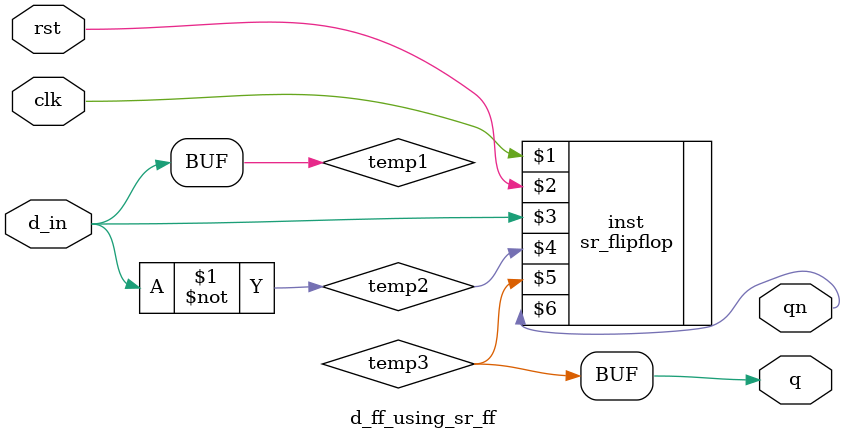
<source format=v>
module d_ff_using_sr_ff(clk,rst,d_in,q,qn);
	
	input clk,rst,d_in;
	output q,qn;
	
	wire temp1,temp2,temp3;

	sr_flipflop inst(clk,rst,temp1,temp2,temp3,qn);
	
	assign temp1 = d_in;
	assign temp2 = ~d_in;
	assign q = temp3;
	
endmodule


</source>
